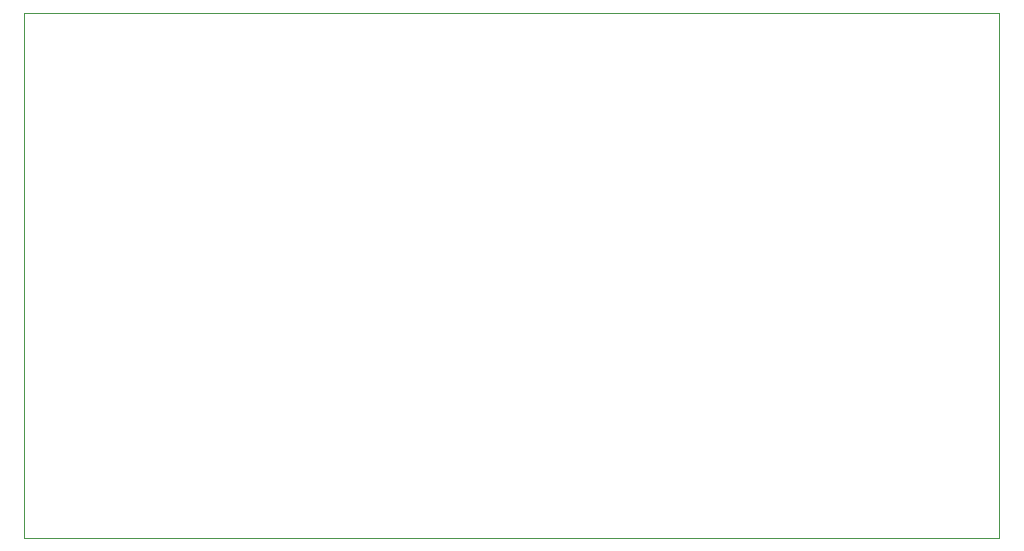
<source format=gko>
%FSLAX25Y25*%
%MOIN*%
G70*
G01*
G75*
G04 Layer_Color=8517375*
G04:AMPARAMS|DCode=10|XSize=40mil|YSize=40mil|CornerRadius=20mil|HoleSize=0mil|Usage=FLASHONLY|Rotation=0.000|XOffset=0mil|YOffset=0mil|HoleType=Round|Shape=RoundedRectangle|*
%AMROUNDEDRECTD10*
21,1,0.04000,0.00000,0,0,0.0*
21,1,0.00000,0.04000,0,0,0.0*
1,1,0.04000,0.00000,0.00000*
1,1,0.04000,0.00000,0.00000*
1,1,0.04000,0.00000,0.00000*
1,1,0.04000,0.00000,0.00000*
%
%ADD10ROUNDEDRECTD10*%
%ADD11R,0.03200X0.01200*%
%ADD12R,0.01200X0.03200*%
%ADD13R,0.04800X0.03200*%
%ADD14R,0.03200X0.04800*%
%ADD15R,0.03600X0.02800*%
%ADD16R,0.05512X0.04331*%
%ADD17R,0.04331X0.05512*%
%ADD18R,0.02800X0.03600*%
%ADD19R,0.07500X0.05600*%
%ADD20C,0.01000*%
%ADD21C,0.03000*%
%ADD22C,0.01200*%
%ADD23C,0.00800*%
%ADD24C,0.02000*%
%ADD25R,0.18000X0.18000*%
%ADD26C,0.06000*%
%ADD27C,0.05906*%
%ADD28R,0.05906X0.05906*%
%ADD29C,0.07400*%
%ADD30C,0.13500*%
%ADD31C,0.06600*%
%ADD32C,0.05512*%
%ADD33C,0.02400*%
%ADD34C,0.05000*%
%ADD35C,0.02300*%
%ADD36C,0.00000*%
%ADD37C,0.00787*%
%ADD38C,0.00600*%
%ADD39C,0.01600*%
%ADD40R,0.02800X0.01600*%
%ADD41C,0.05000*%
%ADD42R,0.18000X0.17500*%
G04:AMPARAMS|DCode=43|XSize=48mil|YSize=48mil|CornerRadius=24mil|HoleSize=0mil|Usage=FLASHONLY|Rotation=0.000|XOffset=0mil|YOffset=0mil|HoleType=Round|Shape=RoundedRectangle|*
%AMROUNDEDRECTD43*
21,1,0.04800,0.00000,0,0,0.0*
21,1,0.00000,0.04800,0,0,0.0*
1,1,0.04800,0.00000,0.00000*
1,1,0.04800,0.00000,0.00000*
1,1,0.04800,0.00000,0.00000*
1,1,0.04800,0.00000,0.00000*
%
%ADD43ROUNDEDRECTD43*%
%ADD44R,0.04000X0.02000*%
%ADD45R,0.02000X0.04000*%
%ADD46R,0.05600X0.04000*%
%ADD47R,0.04000X0.05600*%
%ADD48R,0.04400X0.03600*%
%ADD49R,0.06312X0.05131*%
%ADD50R,0.05131X0.06312*%
%ADD51R,0.03600X0.04400*%
%ADD52R,0.08300X0.06400*%
%ADD53C,0.06800*%
%ADD54C,0.06706*%
%ADD55R,0.06706X0.06706*%
%ADD56C,0.08200*%
%ADD57C,0.14300*%
%ADD58C,0.06312*%
%ADD59C,0.03100*%
%ADD60C,0.03200*%
%ADD61C,0.05800*%
%ADD62C,0.00050*%
D62*
X125000Y100000D02*
X450000D01*
X125000D02*
Y275000D01*
X450000D01*
Y100000D02*
Y275000D01*
M02*

</source>
